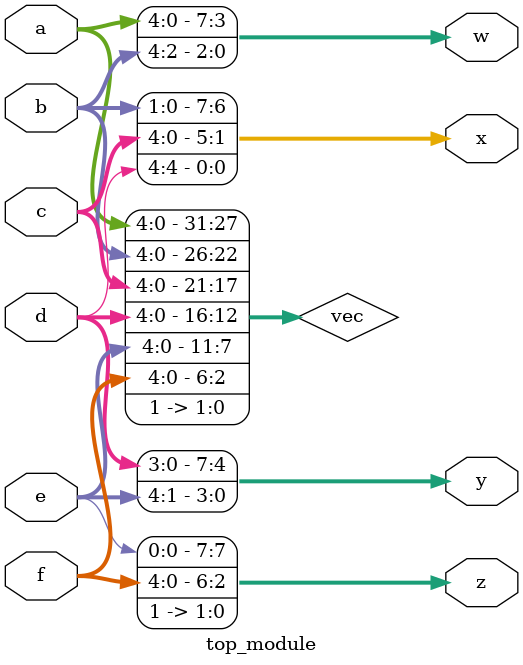
<source format=v>
module top_module (
    input  [4:0] a,
    b,
    c,
    d,
    e,
    f,
    output [7:0] w,
    x,
    y,
    z
);
  wire [31:0] vec;
  assign vec = {a, b, c, d, e, f, 2'b11};
  assign w   = vec[31:24];
  assign x   = vec[23:16];
  assign y   = vec[15:8];
  assign z   = vec[7:0];
endmodule

</source>
